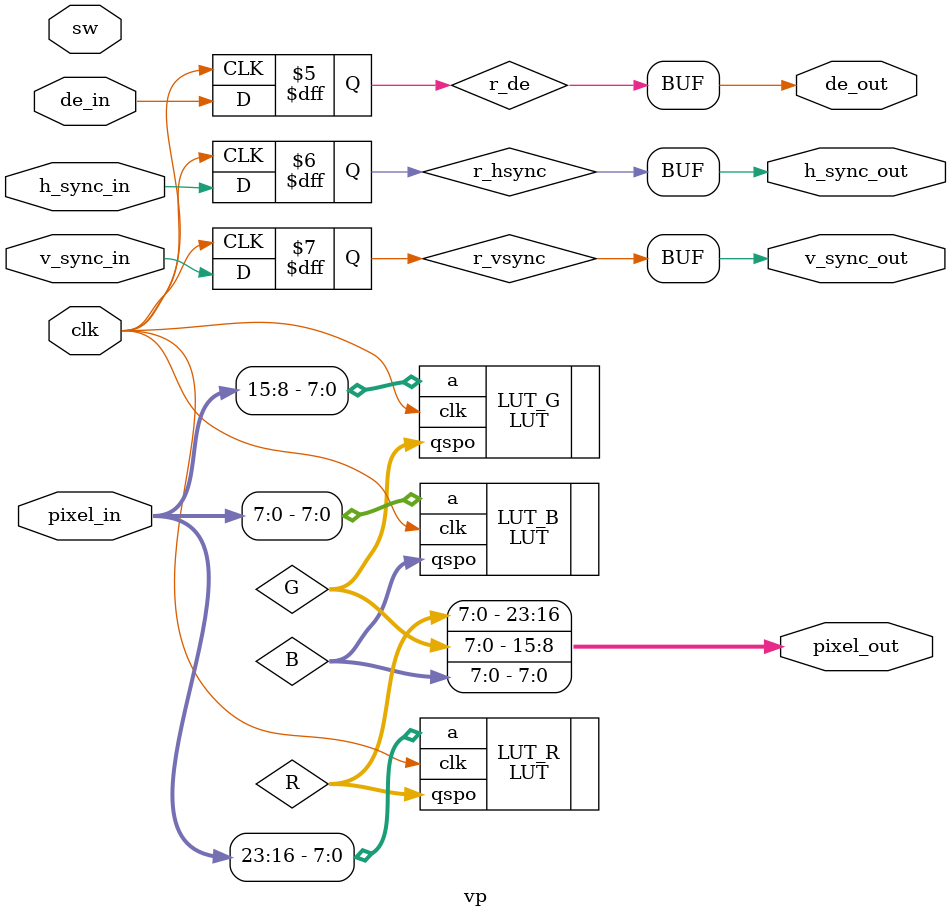
<source format=v>
`timescale 1ns / 1ps


module vp(
    input clk,
    input de_in,
    input h_sync_in,
    input v_sync_in,
    input [2:0] sw,
    input [23:0] pixel_in,
    output de_out,
    output h_sync_out,
    output v_sync_out,
    output [23:0] pixel_out
    );

wire [7:0] R;
wire [7:0] G;
wire [7:0] B;

LUT LUT_R(
    .a(pixel_in[23:16]),
    .clk(clk),
    .qspo(R[7:0])
    );
        
LUT LUT_G(
    .a(pixel_in[15:8]),
    .clk(clk),
    .qspo(G[7:0])
    );
        
LUT LUT_B(
    .a(pixel_in[7:0]),
    .clk(clk),
    .qspo(B[7:0])
    ); 

reg r_de = 0;
reg r_hsync = 0;
reg r_vsync = 0;

always @(posedge clk)
begin
    r_de <= de_in;
    r_hsync <= h_sync_in;
    r_vsync <= v_sync_in;
end

assign de_out = r_de;
assign h_sync_out = r_hsync;
assign v_sync_out = r_vsync;

assign pixel_out = {R, G, B};
 
endmodule

</source>
